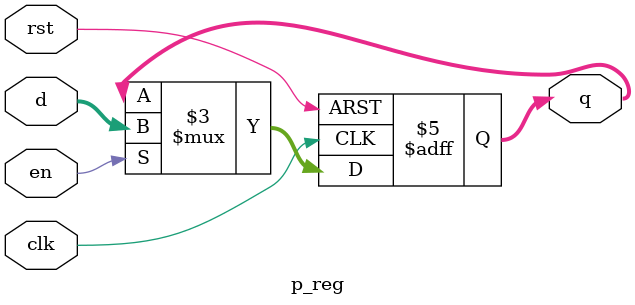
<source format=sv>
`timescale 1ns / 1ps


module p_reg #(
    parameter WIDTH = 32
)(
    input logic clk, rst, en,
    input logic [WIDTH-1:0] d,
    output logic [WIDTH-1:0] q
);
    always_ff @(posedge clk or negedge rst) begin
        if (!rst) begin
            q <= '0;
        end else if (en) begin
            q <= d;
        end
    end
endmodule

</source>
